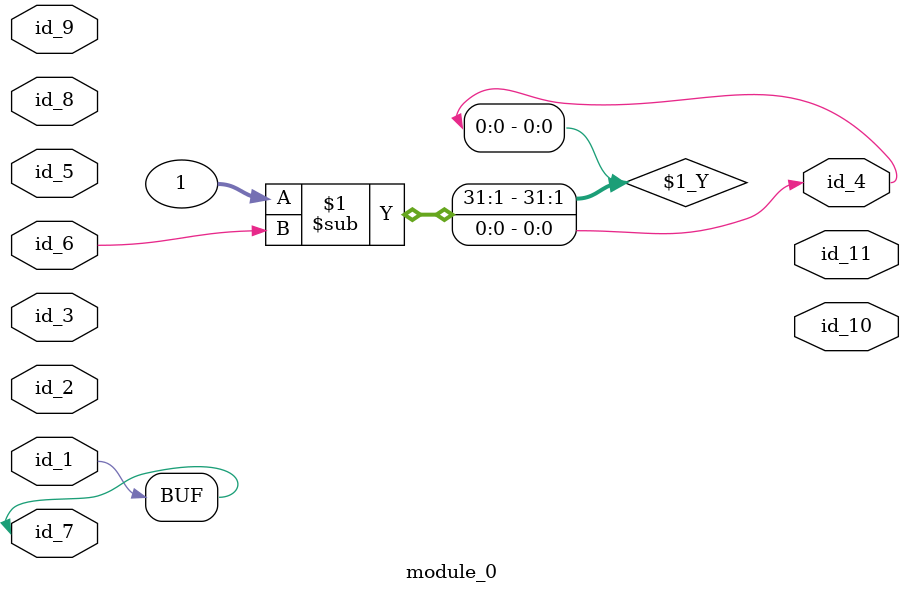
<source format=v>
module module_0 (
    id_1,
    id_2,
    id_3,
    id_4,
    id_5,
    id_6,
    id_7,
    id_8,
    id_9,
    id_10,
    id_11
);
  output wire id_11;
  output wire id_10;
  inout wire id_9;
  inout wire id_8;
  inout wire id_7;
  inout wire id_6;
  input wire id_5;
  output wire id_4;
  inout wire id_3;
  input wire id_2;
  input wire id_1;
  assign id_4 = 1 - id_6;
  assign id_7 = id_1;
endmodule
module module_1 (
    id_1,
    id_2,
    id_3,
    id_4,
    id_5,
    id_6,
    id_7,
    id_8
);
  output wire id_8;
  output wire id_7;
  output wire id_6;
  output wire id_5;
  inout wire id_4;
  input wire id_3;
  output wire id_2;
  input wire id_1;
  wire id_9;
  wire id_10, id_11;
  module_0 modCall_1 (
      id_1,
      id_3,
      id_10,
      id_9,
      id_9,
      id_10,
      id_11,
      id_9,
      id_11,
      id_11,
      id_11
  );
  wire id_12, id_13;
endmodule

</source>
